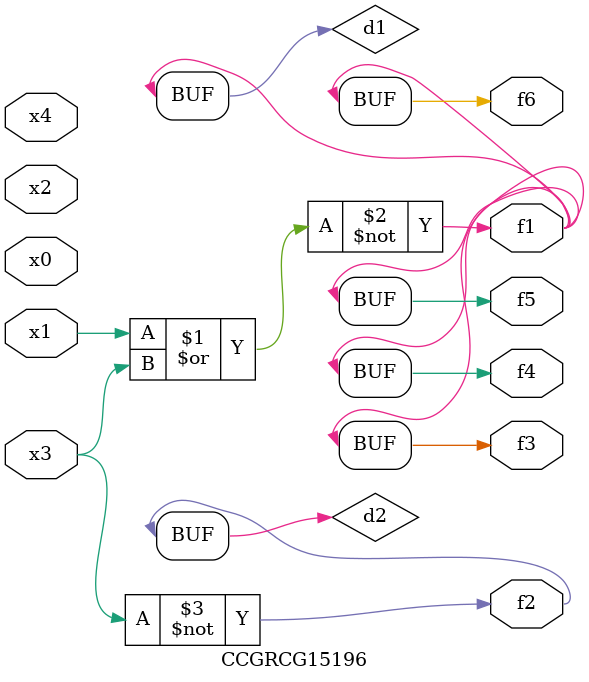
<source format=v>
module CCGRCG15196(
	input x0, x1, x2, x3, x4,
	output f1, f2, f3, f4, f5, f6
);

	wire d1, d2;

	nor (d1, x1, x3);
	not (d2, x3);
	assign f1 = d1;
	assign f2 = d2;
	assign f3 = d1;
	assign f4 = d1;
	assign f5 = d1;
	assign f6 = d1;
endmodule

</source>
